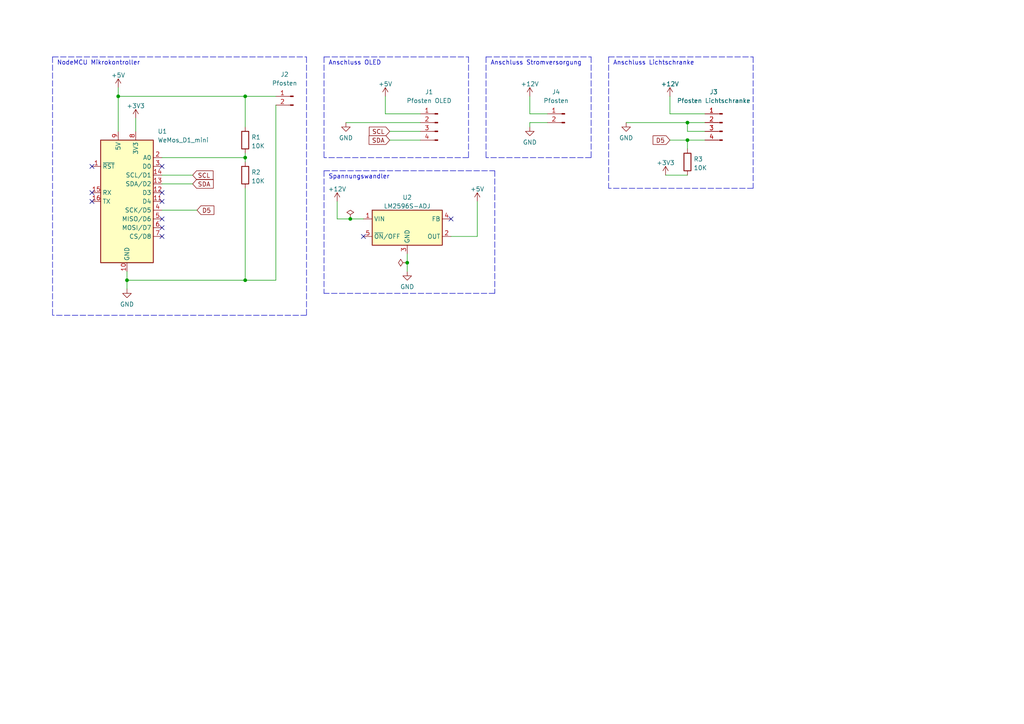
<source format=kicad_sch>
(kicad_sch (version 20211123) (generator eeschema)
  (paper "A4")
  (title_block (title "Besucherzaehler") (date "2022-08-24") (rev "3") (company "Jörg Skapski, Markus Soick"))
  (lib_symbols
    (symbol "Connector:Conn_01x02_Male" (pin_names (offset 1.016) hide)
      (property "Reference" "J" (at 0 2.54 0))
      (property "Value" "Conn_01x02_Male" (at 0 -5.08 0))
      (symbol "Conn_01x02_Male_1_1"
        (polyline (pts (xy 1.27 -2.54) (xy 0.8636 -2.54)) (stroke (width 0.1524)))
        (polyline (pts (xy 1.27 0) (xy 0.8636 0)) (stroke (width 0.1524)))
        (rectangle (start 0.8636 -2.413) (end 0 -2.667) (stroke (width 0.1524)) (fill (type outline)))
        (rectangle (start 0.8636 0.127) (end 0 -0.127) (stroke (width 0.1524)) (fill (type outline)))
        (pin passive line (at 5.08 0 180) (length 3.81) (name "Pin_1") (number "1"))
        (pin passive line (at 5.08 -2.54 180) (length 3.81) (name "Pin_2") (number "2"))
      )
    )
    (symbol "Connector:Conn_01x04_Male" (pin_names (offset 1.016) hide)
      (property "Reference" "J" (at 0 5.08 0))
      (property "Value" "Conn_01x04_Male" (at 0 -7.62 0))
      (symbol "Conn_01x04_Male_1_1"
        (polyline (pts (xy 1.27 -5.08) (xy 0.8636 -5.08)) (stroke (width 0.1524)))
        (polyline (pts (xy 1.27 -2.54) (xy 0.8636 -2.54)) (stroke (width 0.1524)))
        (polyline (pts (xy 1.27 0) (xy 0.8636 0)) (stroke (width 0.1524)))
        (polyline (pts (xy 1.27 2.54) (xy 0.8636 2.54)) (stroke (width 0.1524)))
        (rectangle (start 0.8636 -4.953) (end 0 -5.207) (stroke (width 0.1524)) (fill (type outline)))
        (rectangle (start 0.8636 -2.413) (end 0 -2.667) (stroke (width 0.1524)) (fill (type outline)))
        (rectangle (start 0.8636 0.127) (end 0 -0.127) (stroke (width 0.1524)) (fill (type outline)))
        (rectangle (start 0.8636 2.667) (end 0 2.413) (stroke (width 0.1524)) (fill (type outline)))
        (pin passive line (at 5.08 2.54 180) (length 3.81) (name "Pin_1") (number "1"))
        (pin passive line (at 5.08 0 180) (length 3.81) (name "Pin_2") (number "2"))
        (pin passive line (at 5.08 -2.54 180) (length 3.81) (name "Pin_3") (number "3"))
        (pin passive line (at 5.08 -5.08 180) (length 3.81) (name "Pin_4") (number "4"))
      )
    )
    (symbol "Device:R" (pin_numbers hide) (pin_names (offset 0))
      (property "Reference" "R" (at 2.032 0 90))
      (property "Value" "R" (at 0 0 90))
      (symbol "R_0_1"
        (rectangle (start -1.016 -2.54) (end 1.016 2.54) (stroke (width 0.254)))
      )
      (symbol "R_1_1"
        (pin passive line (at 0 3.81 270) (length 1.27) (name "~") (number "1"))
        (pin passive line (at 0 -3.81 90) (length 1.27) (name "~") (number "2"))
      )
    )
    (symbol "MCU_Module:WeMos_D1_mini"
      (property "Reference" "U" (at 3.81 19.05 0))
      (property "Value" "WeMos_D1_mini" (at 1.27 -19.05 0))
      (symbol "WeMos_D1_mini_1_1"
        (rectangle (start -7.62 17.78) (end 7.62 -17.78) (stroke (width 0.254)) (fill (type background)))
        (pin input line (at -10.16 10.16 0) (length 2.54) (name "~{RST}") (number "1"))
        (pin power_in line (at 0 -20.32 90) (length 2.54) (name "GND") (number "10"))
        (pin bidirectional line (at 10.16 0 180) (length 2.54) (name "D4") (number "11"))
        (pin bidirectional line (at 10.16 2.54 180) (length 2.54) (name "D3") (number "12"))
        (pin bidirectional line (at 10.16 5.08 180) (length 2.54) (name "SDA/D2") (number "13"))
        (pin bidirectional line (at 10.16 7.62 180) (length 2.54) (name "SCL/D1") (number "14"))
        (pin input line (at -10.16 2.54 0) (length 2.54) (name "RX") (number "15"))
        (pin output line (at -10.16 0 0) (length 2.54) (name "TX") (number "16"))
        (pin input line (at 10.16 12.7 180) (length 2.54) (name "A0") (number "2"))
        (pin bidirectional line (at 10.16 10.16 180) (length 2.54) (name "D0") (number "3"))
        (pin bidirectional line (at 10.16 -2.54 180) (length 2.54) (name "SCK/D5") (number "4"))
        (pin bidirectional line (at 10.16 -5.08 180) (length 2.54) (name "MISO/D6") (number "5"))
        (pin bidirectional line (at 10.16 -7.62 180) (length 2.54) (name "MOSI/D7") (number "6"))
        (pin bidirectional line (at 10.16 -10.16 180) (length 2.54) (name "CS/D8") (number "7"))
        (pin power_out line (at 2.54 20.32 270) (length 2.54) (name "3V3") (number "8"))
        (pin power_in line (at -2.54 20.32 270) (length 2.54) (name "5V") (number "9"))
      )
    )
    (symbol "Regulator_Switching:LM2596S-ADJ"
      (property "Reference" "U" (at -10.16 6.35 0))
      (property "Value" "LM2596S-ADJ" (at 0 6.35 0))
      (symbol "LM2596S-ADJ_0_1"
        (rectangle (start -10.16 5.08) (end 10.16 -5.08) (stroke (width 0.254)) (fill (type background)))
      )
      (symbol "LM2596S-ADJ_1_1"
        (pin power_in line (at -12.7 2.54 0) (length 2.54) (name "VIN") (number "1"))
        (pin output line (at 12.7 -2.54 180) (length 2.54) (name "OUT") (number "2"))
        (pin power_in line (at 0 -7.62 90) (length 2.54) (name "GND") (number "3"))
        (pin input line (at 12.7 2.54 180) (length 2.54) (name "FB") (number "4"))
        (pin input line (at -12.7 -2.54 0) (length 2.54) (name "~{ON}/OFF") (number "5"))
      )
    )
    (symbol "power:+12V" (power) (pin_names (offset 0))
      (property "Value" "+12V" (at 0 3.556 0))
      (symbol "+12V_0_1"
        (polyline (pts (xy -0.762 1.27) (xy 0 2.54)))
        (polyline (pts (xy 0 0) (xy 0 2.54)))
        (polyline (pts (xy 0 2.54) (xy 0.762 1.27)))
      )
      (symbol "+12V_1_1"
        (pin power_in line (at 0 0 90) (length 0) hide (name "+12V") (number "1"))
      )
    )
    (symbol "power:+3V3" (power) (pin_names (offset 0))
      (property "Value" "+3V3" (at 0 3.556 0))
      (symbol "+3V3_0_1"
        (polyline (pts (xy -0.762 1.27) (xy 0 2.54)))
        (polyline (pts (xy 0 0) (xy 0 2.54)))
        (polyline (pts (xy 0 2.54) (xy 0.762 1.27)))
      )
      (symbol "+3V3_1_1"
        (pin power_in line (at 0 0 90) (length 0) hide (name "+3V3") (number "1"))
      )
    )
    (symbol "power:+5V" (power) (pin_names (offset 0))
      (property "Value" "+5V" (at 0 3.556 0))
      (symbol "+5V_0_1"
        (polyline (pts (xy -0.762 1.27) (xy 0 2.54)))
        (polyline (pts (xy 0 0) (xy 0 2.54)))
        (polyline (pts (xy 0 2.54) (xy 0.762 1.27)))
      )
      (symbol "+5V_1_1"
        (pin power_in line (at 0 0 90) (length 0) hide (name "+5V") (number "1"))
      )
    )
    (symbol "power:GND" (power) (pin_names (offset 0))
      (property "Value" "GND" (at 0 -3.81 0))
      (symbol "GND_0_1"
        (polyline (pts (xy 0 0) (xy 0 -1.27) (xy 1.27 -1.27) (xy 0 -2.54) (xy -1.27 -1.27) (xy 0 -1.27)))
      )
      (symbol "GND_1_1"
        (pin power_in line (at 0 0 270) (length 0) hide (name "GND") (number "1"))
      )
    )
    (symbol "power:PWR_FLAG" (power) (pin_numbers hide) (pin_names (offset 0) hide)
      (property "Value" "PWR_FLAG" (at 0 3.81 0))
      (symbol "PWR_FLAG_0_0"
        (pin power_out line (at 0 0 90) (length 0) (name "pwr") (number "1"))
      )
      (symbol "PWR_FLAG_0_1"
        (polyline (pts (xy 0 0) (xy 0 1.27) (xy -1.016 1.905) (xy 0 2.54) (xy 1.016 1.905) (xy 0 1.27)))
      )
    )
  )
  (junction (at 71.12 45.72))
  (junction (at 118.11 76.2))
  (junction (at 101.6 63.5))
  (junction (at 34.29 27.94))
  (junction (at 71.12 27.94))
  (junction (at 71.12 81.28))
  (junction (at 199.39 35.56))
  (junction (at 199.39 40.64))
  (junction (at 36.83 81.28))
  (no_connect (at 46.99 55.88))
  (no_connect (at 105.41 68.58))
  (no_connect (at 130.81 63.5))
  (no_connect (at 26.67 48.26))
  (no_connect (at 26.67 55.88))
  (no_connect (at 26.67 58.42))
  (no_connect (at 46.99 48.26))
  (no_connect (at 46.99 58.42))
  (no_connect (at 46.99 68.58))
  (no_connect (at 46.99 66.04))
  (no_connect (at 46.99 63.5))
  (polyline (pts (xy 15.24 16.51) (xy 15.24 91.44)))
  (polyline (pts (xy 88.9 16.51) (xy 88.9 91.44)))
  (polyline (pts (xy 93.98 49.53) (xy 143.51 49.53)))
  (wire (pts (xy 80.01 30.48) (xy 80.01 81.28)))
  (wire (pts (xy 46.99 45.72) (xy 71.12 45.72)))
  (wire (pts (xy 138.43 68.58) (xy 138.43 58.42)))
  (wire (pts (xy 194.31 40.64) (xy 199.39 40.64)))
  (wire (pts (xy 204.47 33.02) (xy 194.31 33.02)))
  (wire (pts (xy 71.12 27.94) (xy 80.01 27.94)))
  (polyline (pts (xy 143.51 49.53) (xy 143.51 85.09)))
  (wire (pts (xy 46.99 60.96) (xy 57.15 60.96)))
  (wire (pts (xy 153.67 35.56) (xy 158.75 35.56)))
  (wire (pts (xy 199.39 35.56) (xy 199.39 38.1)))
  (polyline (pts (xy 218.44 16.51) (xy 218.44 54.61)))
  (polyline (pts (xy 93.98 49.53) (xy 93.98 85.09)))
  (wire (pts (xy 97.79 63.5) (xy 97.79 58.42)))
  (wire (pts (xy 199.39 40.64) (xy 204.47 40.64)))
  (wire (pts (xy 36.83 78.74) (xy 36.83 81.28)))
  (polyline (pts (xy 88.9 91.44) (xy 15.24 91.44)))
  (wire (pts (xy 46.99 50.8) (xy 55.88 50.8)))
  (polyline (pts (xy 135.89 45.72) (xy 93.98 45.72)))
  (polyline (pts (xy 140.97 16.51) (xy 140.97 45.72)))
  (wire (pts (xy 199.39 35.56) (xy 204.47 35.56)))
  (wire (pts (xy 113.03 38.1) (xy 121.92 38.1)))
  (polyline (pts (xy 140.97 16.51) (xy 171.45 16.51)))
  (wire (pts (xy 118.11 76.2) (xy 118.11 78.74)))
  (polyline (pts (xy 15.24 16.51) (xy 88.9 16.51)))
  (wire (pts (xy 204.47 38.1) (xy 199.39 38.1)))
  (wire (pts (xy 199.39 40.64) (xy 199.39 43.18)))
  (wire (pts (xy 39.37 34.29) (xy 39.37 38.1)))
  (wire (pts (xy 46.99 53.34) (xy 55.88 53.34)))
  (polyline (pts (xy 93.98 16.51) (xy 93.98 45.72)))
  (polyline (pts (xy 176.53 16.51) (xy 176.53 54.61)))
  (wire (pts (xy 111.76 33.02) (xy 111.76 27.94)))
  (polyline (pts (xy 171.45 16.51) (xy 171.45 45.72)))
  (wire (pts (xy 71.12 81.28) (xy 36.83 81.28)))
  (wire (pts (xy 34.29 27.94) (xy 34.29 38.1)))
  (wire (pts (xy 105.41 63.5) (xy 101.6 63.5)))
  (wire (pts (xy 193.04 50.8) (xy 199.39 50.8)))
  (polyline (pts (xy 218.44 54.61) (xy 176.53 54.61)))
  (wire (pts (xy 153.67 35.56) (xy 153.67 36.83)))
  (wire (pts (xy 100.33 35.56) (xy 121.92 35.56)))
  (wire (pts (xy 153.67 33.02) (xy 158.75 33.02)))
  (wire (pts (xy 71.12 45.72) (xy 71.12 46.99)))
  (wire (pts (xy 80.01 81.28) (xy 71.12 81.28)))
  (wire (pts (xy 34.29 27.94) (xy 71.12 27.94)))
  (wire (pts (xy 130.81 68.58) (xy 138.43 68.58)))
  (wire (pts (xy 181.61 35.56) (xy 199.39 35.56)))
  (wire (pts (xy 71.12 44.45) (xy 71.12 45.72)))
  (wire (pts (xy 153.67 33.02) (xy 153.67 27.94)))
  (wire (pts (xy 71.12 54.61) (xy 71.12 81.28)))
  (wire (pts (xy 34.29 25.4) (xy 34.29 27.94)))
  (wire (pts (xy 71.12 36.83) (xy 71.12 27.94)))
  (wire (pts (xy 121.92 33.02) (xy 111.76 33.02)))
  (wire (pts (xy 36.83 81.28) (xy 36.83 83.82)))
  (wire (pts (xy 194.31 33.02) (xy 194.31 27.94)))
  (polyline (pts (xy 93.98 16.51) (xy 135.89 16.51)))
  (wire (pts (xy 118.11 73.66) (xy 118.11 76.2)))
  (polyline (pts (xy 135.89 16.51) (xy 135.89 45.72)))
  (wire (pts (xy 101.6 63.5) (xy 97.79 63.5)))
  (polyline (pts (xy 171.45 45.72) (xy 140.97 45.72)))
  (polyline (pts (xy 176.53 16.51) (xy 218.44 16.51)))
  (polyline (pts (xy 143.51 85.09) (xy 93.98 85.09)))
  (wire (pts (xy 113.03 40.64) (xy 121.92 40.64)))
  (text "NodeMCU Mikrokontroller" (at 16.51 19.05 0) (effects (font (size 1.27 1.27)) (justify left bottom)))
  (text "Spannungswandler" (at 95.25 52.07 0) (effects (font (size 1.27 1.27)) (justify left bottom)))
  (text "Anschluss Stromversorgung" (at 142.24 19.05 0) (effects (font (size 1.27 1.27)) (justify left bottom)))
  (text "Anschluss OLED" (at 95.25 19.05 0) (effects (font (size 1.27 1.27)) (justify left bottom)))
  (text "Anschluss Lichtschranke" (at 177.8 19.05 0) (effects (font (size 1.27 1.27)) (justify left bottom)))
  (global_label "D5" (shape input) (at 57.15 60.96 0) (property "Referenzen zwischen Schaltplänen" "${INTERSHEET_REFS}" (effects hide)))
  (global_label "D5" (shape input) (at 194.31 40.64 180) (property "Referenzen zwischen Schaltplänen" "${INTERSHEET_REFS}" (effects hide)))
  (global_label "SDA" (shape input) (at 55.88 53.34 0) (property "Referenzen zwischen Schaltplänen" "${INTERSHEET_REFS}" (effects hide)))
  (global_label "SCL" (shape input) (at 55.88 50.8 0) (property "Referenzen zwischen Schaltplänen" "${INTERSHEET_REFS}" (effects hide)))
  (global_label "SCL" (shape input) (at 113.03 38.1 180) (property "Referenzen zwischen Schaltplänen" "${INTERSHEET_REFS}" (effects hide)))
  (global_label "SDA" (shape input) (at 113.03 40.64 180) (property "Referenzen zwischen Schaltplänen" "${INTERSHEET_REFS}" (effects hide)))
  (symbol (lib_id "power:+12V") (at 153.67 27.94 0) (unit 1)
    (property "Reference" "#PWR09" (effects hide))
    (property "Value" "+12V" (at 153.67 24.3642 0))
  )
  (symbol (lib_id "power:+12V") (at 97.79 58.42 0) (unit 1)
    (property "Reference" "#PWR03" (effects hide))
    (property "Value" "+12V" (at 97.79 54.8442 0))
  )
  (symbol (lib_id "MCU_Module:WeMos_D1_mini") (at 36.83 58.42 0) (unit 1)
    (property "Reference" "U1" (at 45.72 38.1 0) (effects (justify left)))
    (property "Value" "WeMos_D1_mini" (at 45.72 40.64 0) (effects (justify left)))
    (property "Footprint" "Module:WEMOS_D1_mini_light" (effects hide))
    (property "Datasheet" "https://wiki.wemos.cc/products:d1:d1_mini#documentation" (effects hide))
  )
  (symbol (lib_id "Connector:Conn_01x04_Male") (at 127 35.56 0) (mirror y) (unit 1)
    (property "Reference" "J1" (at 124.46 26.67 0))
    (property "Value" "Pfosten OLED" (at 124.46 29.21 0))
  )
  (symbol (lib_id "Device:R") (at 71.12 50.8 0) (unit 1)
    (property "Reference" "R2" (at 72.898 49.9653 0) (effects (justify left)))
    (property "Value" "10K" (at 72.898 52.5022 0) (effects (justify left)))
  )
  (symbol (lib_id "power:PWR_FLAG") (at 101.6 63.5 0) (unit 1)
    (property "Reference" "#FLG01" (effects hide))
    (property "Value" "PWR_FLAG" (effects hide))
  )
  (symbol (lib_id "power:GND") (at 36.83 83.82 0) (unit 1)
    (property "Reference" "#PWR02" (effects hide))
    (property "Value" "GND" (at 36.83 88.2634 0))
  )
  (symbol (lib_id "power:GND") (at 118.11 78.74 0) (unit 1)
    (property "Reference" "#PWR05" (effects hide))
    (property "Value" "GND" (at 118.11 83.1834 0))
  )
  (symbol (lib_id "power:+3V3") (at 39.37 34.29 0) (unit 1)
    (property "Reference" "#PWR07" (effects hide))
    (property "Value" "+3V3" (at 39.37 30.7142 0))
  )
  (symbol (lib_id "power:GND") (at 100.33 35.56 0) (unit 1)
    (property "Reference" "#PWR04" (effects hide))
    (property "Value" "GND" (at 100.33 40.0034 0))
  )
  (symbol (lib_id "Connector:Conn_01x02_Male") (at 163.83 33.02 0) (mirror y) (unit 1)
    (property "Reference" "J4" (at 161.29 26.67 0))
    (property "Value" "Pfosten" (at 161.29 29.21 0))
  )
  (symbol (lib_id "Connector:Conn_01x04_Male") (at 209.55 35.56 0) (mirror y) (unit 1)
    (property "Reference" "J3" (at 207.01 26.67 0))
    (property "Value" "Pfosten Lichtschranke" (at 207.01 29.21 0))
  )
  (symbol (lib_id "power:+5V") (at 34.29 25.4 0) (unit 1)
    (property "Reference" "#PWR01" (effects hide))
    (property "Value" "+5V" (at 34.29 21.8242 0))
  )
  (symbol (lib_id "Connector:Conn_01x02_Male") (at 85.09 27.94 0) (mirror y) (unit 1)
    (property "Reference" "J2" (at 82.55 21.59 0))
    (property "Value" "Pfosten" (at 82.55 24.13 0))
  )
  (symbol (lib_id "power:+5V") (at 138.43 58.42 0) (unit 1)
    (property "Reference" "#PWR013" (effects hide))
    (property "Value" "+5V" (at 138.43 54.8442 0))
  )
  (symbol (lib_id "power:+5V") (at 111.76 27.94 0) (unit 1)
    (property "Reference" "#PWR06" (effects hide))
    (property "Value" "+5V" (at 111.76 24.3642 0))
  )
  (symbol (lib_id "Device:R") (at 71.12 40.64 0) (unit 1)
    (property "Reference" "R1" (at 72.898 39.8053 0) (effects (justify left)))
    (property "Value" "10K" (at 72.898 42.3422 0) (effects (justify left)))
  )
  (symbol (lib_id "power:+12V") (at 194.31 27.94 0) (unit 1)
    (property "Reference" "#PWR011" (effects hide))
    (property "Value" "+12V" (at 194.31 24.3642 0))
  )
  (symbol (lib_id "Device:R") (at 199.39 46.99 0) (unit 1)
    (property "Reference" "R3" (at 201.168 46.1553 0) (effects (justify left)))
    (property "Value" "10K" (at 201.168 48.6922 0) (effects (justify left)))
  )
  (symbol (lib_id "power:GND") (at 181.61 35.56 0) (unit 1)
    (property "Reference" "#PWR08" (effects hide))
    (property "Value" "GND" (at 181.61 40.0034 0))
  )
  (symbol (lib_id "Regulator_Switching:LM2596S-ADJ") (at 118.11 66.04 0) (unit 1)
    (property "Reference" "U2" (at 118.11 57.2602 0))
    (property "Value" "LM2596S-ADJ" (at 118.11 59.7971 0))
    (property "Footprint" "Package_TO_SOT_SMD:TO-263-5_TabPin3" (effects hide))
    (property "Datasheet" "http://www.ti.com/lit/ds/symlink/lm2596.pdf" (effects hide))
  )
  (symbol (lib_id "power:PWR_FLAG") (at 118.11 76.2 90) (unit 1)
    (property "Reference" "#FLG02" (effects hide))
    (property "Value" "PWR_FLAG" (effects hide))
  )
  (symbol (lib_id "power:GND") (at 153.67 36.83 0) (unit 1)
    (property "Reference" "#PWR010" (effects hide))
    (property "Value" "GND" (at 153.67 41.2734 0))
  )
  (symbol (lib_id "power:+3V3") (at 193.04 50.8 0) (unit 1)
    (property "Reference" "#PWR012" (effects hide))
    (property "Value" "+3V3" (at 193.04 47.2242 0))
  )
)
</source>
